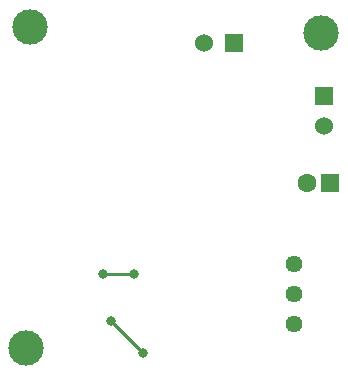
<source format=gbr>
%TF.GenerationSoftware,KiCad,Pcbnew,8.0.0*%
%TF.CreationDate,2024-06-23T14:13:46+02:00*%
%TF.ProjectId,SCS TSAL Red LED,53435320-5453-4414-9c20-526564204c45,rev?*%
%TF.SameCoordinates,Original*%
%TF.FileFunction,Copper,L2,Bot*%
%TF.FilePolarity,Positive*%
%FSLAX46Y46*%
G04 Gerber Fmt 4.6, Leading zero omitted, Abs format (unit mm)*
G04 Created by KiCad (PCBNEW 8.0.0) date 2024-06-23 14:13:46*
%MOMM*%
%LPD*%
G01*
G04 APERTURE LIST*
%TA.AperFunction,ComponentPad*%
%ADD10R,1.600000X1.600000*%
%TD*%
%TA.AperFunction,ComponentPad*%
%ADD11C,1.600000*%
%TD*%
%TA.AperFunction,ComponentPad*%
%ADD12R,1.530000X1.530000*%
%TD*%
%TA.AperFunction,ComponentPad*%
%ADD13C,1.530000*%
%TD*%
%TA.AperFunction,ComponentPad*%
%ADD14C,3.000000*%
%TD*%
%TA.AperFunction,ComponentPad*%
%ADD15C,1.440000*%
%TD*%
%TA.AperFunction,ViaPad*%
%ADD16C,0.800000*%
%TD*%
%TA.AperFunction,Conductor*%
%ADD17C,0.250000*%
%TD*%
G04 APERTURE END LIST*
D10*
%TO.P,C1,1*%
%TO.N,GND*%
X97028000Y-64516000D03*
D11*
%TO.P,C1,2*%
%TO.N,+12V*%
X95028000Y-64516000D03*
%TD*%
D12*
%TO.P,J1,1,1*%
%TO.N,/LED_Power*%
X88900000Y-52705000D03*
D13*
%TO.P,J1,2,2*%
%TO.N,/Raw_LED_On*%
X86360000Y-52705000D03*
%TD*%
D14*
%TO.P,,1*%
%TO.N,N/C*%
X71628000Y-51308000D03*
%TD*%
%TO.P,,1*%
%TO.N,N/C*%
X96266000Y-51816000D03*
%TD*%
D12*
%TO.P,J2,1,1*%
%TO.N,GND*%
X96520000Y-57150000D03*
D13*
%TO.P,J2,2,2*%
%TO.N,+12V*%
X96520000Y-59690000D03*
%TD*%
D15*
%TO.P,U3,1,+VIN*%
%TO.N,+12V*%
X93948000Y-71435500D03*
%TO.P,U3,2,GND*%
%TO.N,GND*%
X93948000Y-73975500D03*
%TO.P,U3,3,+VOUT*%
%TO.N,+5V*%
X93948000Y-76515500D03*
%TD*%
D14*
%TO.P,,1*%
%TO.N,N/C*%
X71272400Y-78536800D03*
%TD*%
D16*
%TO.N,/LED_On*%
X80416400Y-72237600D03*
X77825600Y-72212200D03*
%TO.N,GND*%
X81203800Y-78917800D03*
X78486000Y-76200000D03*
%TD*%
D17*
%TO.N,/LED_On*%
X77825600Y-72212200D02*
X80391000Y-72212200D01*
X80391000Y-72212200D02*
X80416400Y-72237600D01*
%TO.N,GND*%
X81203800Y-78917800D02*
X78486000Y-76200000D01*
%TD*%
M02*

</source>
